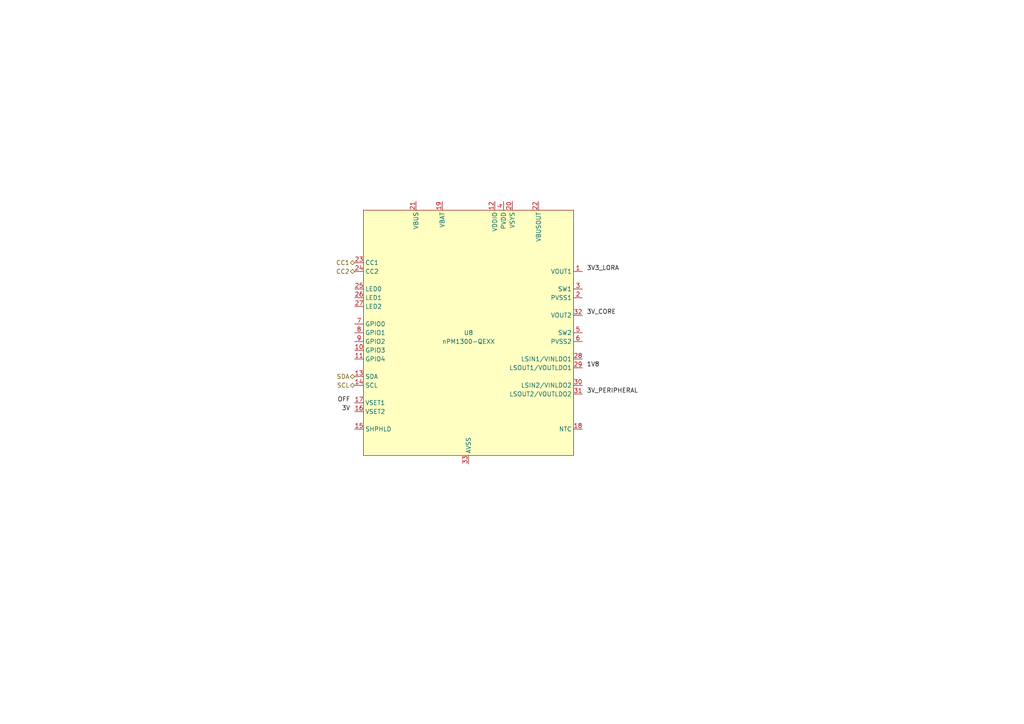
<source format=kicad_sch>
(kicad_sch (version 20230121) (generator eeschema)
  (paper "A4")
  (lib_symbols
    (symbol "PCM_nordic-lib-kicad-npm:nPM1300-QEXX"
      (property "Reference" "U" (at 0 0 0))
      (property "Value" "nPM1300-QEXX" (at 0 -2.54 0))
      (symbol "nPM1300-QEXX_0_0"
        (pin power_out line (at 33.02 17.78 180) (length 2.54) (name "VOUT1") (number "1"))
        (pin bidirectional line (at -33.02 -5.08 0) (length 2.54) (name "GPIO3") (number "10"))
        (pin bidirectional line (at -33.02 -7.62 0) (length 2.54) (name "GPIO4") (number "11"))
        (pin power_in line (at 7.62 38.1 270) (length 2.54) (name "VDDIO") (number "12"))
        (pin bidirectional line (at -33.02 -12.7 0) (length 2.54) (name "SDA") (number "13"))
        (pin bidirectional line (at -33.02 -15.24 0) (length 2.54) (name "SCL") (number "14"))
        (pin input line (at -33.02 -27.94 0) (length 2.54) (name "SHPHLD") (number "15"))
        (pin passive line (at -33.02 -22.86 0) (length 2.54) (name "VSET2") (number "16"))
        (pin passive line (at -33.02 -20.32 0) (length 2.54) (name "VSET1") (number "17"))
        (pin passive line (at 33.02 -27.94 180) (length 2.54) (name "NTC") (number "18"))
        (pin power_in line (at -7.62 38.1 270) (length 2.54) (name "VBAT") (number "19"))
        (pin power_out line (at 12.7 38.1 270) (length 2.54) (name "VSYS") (number "20"))
        (pin power_in line (at -15.24 38.1 270) (length 2.54) (name "VBUS") (number "21"))
        (pin power_out line (at 20.32 38.1 270) (length 2.54) (name "VBUSOUT") (number "22"))
        (pin bidirectional line (at -33.02 20.32 0) (length 2.54) (name "CC1") (number "23"))
        (pin bidirectional line (at -33.02 17.78 0) (length 2.54) (name "CC2") (number "24"))
        (pin open_collector line (at -33.02 12.7 0) (length 2.54) (name "LED0") (number "25"))
        (pin open_collector line (at -33.02 10.16 0) (length 2.54) (name "LED1") (number "26"))
        (pin open_collector line (at -33.02 7.62 0) (length 2.54) (name "LED2") (number "27"))
        (pin output line (at 33.02 -10.16 180) (length 2.54) (name "LSOUT1/VOUTLDO1") (number "29"))
        (pin passive line (at 33.02 12.7 180) (length 2.54) (name "SW1") (number "3"))
        (pin input line (at 33.02 -15.24 180) (length 2.54) (name "LSIN2/VINLDO2") (number "30"))
        (pin output line (at 33.02 -17.78 180) (length 2.54) (name "LSOUT2/VOUTLDO2") (number "31"))
        (pin power_out line (at 33.02 5.08 180) (length 2.54) (name "VOUT2") (number "32"))
        (pin power_in line (at 0 -38.1 90) (length 2.54) (name "AVSS") (number "33"))
        (pin power_in line (at 10.16 38.1 270) (length 2.54) (name "PVDD") (number "4"))
        (pin passive line (at 33.02 0 180) (length 2.54) (name "SW2") (number "5"))
        (pin bidirectional line (at -33.02 2.54 0) (length 2.54) (name "GPIO0") (number "7"))
        (pin bidirectional line (at -33.02 0 0) (length 2.54) (name "GPIO1") (number "8"))
        (pin bidirectional line (at -33.02 -2.54 0) (length 2.54) (name "GPIO2") (number "9"))
      )
      (symbol "nPM1300-QEXX_1_0"
        (pin power_in line (at 33.02 10.16 180) (length 2.54) (name "PVSS1") (number "2"))
        (pin input line (at 33.02 -7.62 180) (length 2.54) (name "LSIN1/VINLDO1") (number "28"))
        (pin power_in line (at 33.02 -2.54 180) (length 2.54) (name "PVSS2") (number "6"))
      )
      (symbol "nPM1300-QEXX_1_1"
        (rectangle (start -30.48 35.56) (end 30.48 -35.56) (fill (type background)))
      )
    )
  )
  (label "3V_CORE" (at 170.18 91.44 0))
  (label "1V8" (at 170.18 106.68 0))
  (label "3V3_LORA" (at 170.18 78.74 0))
  (label "OFF" (at 101.6 116.84 180))
  (label "3V_PERIPHERAL" (at 170.18 114.3 0))
  (label "3V" (at 101.6 119.38 180))
  (hierarchical_label "CC1" (shape bidirectional) (at 102.87 76.2 180))
  (hierarchical_label "CC2" (shape bidirectional) (at 102.87 78.74 180))
  (hierarchical_label "SDA" (shape bidirectional) (at 102.87 109.22 180))
  (hierarchical_label "SCL" (shape bidirectional) (at 102.87 111.76 180))
  (symbol (lib_id "PCM_nordic-lib-kicad-npm:nPM1300-QEXX") (at 135.89 96.52 0) (unit 1)
    (property "Reference" "U8" (at 135.89 96.52 0))
    (property "Value" "nPM1300-QEXX" (at 135.89 99.06 0))
    (property "Footprint" "Package_DFN_QFN:QFN-32-1EP_5x5mm_P0.5mm_EP3.6x3.6mm_ThermalVias" (effects hide))
    (property "Datasheet" "https://docs.nordicsemi.com/bundle/ps_npm1300" (effects hide))
  )
)
</source>
